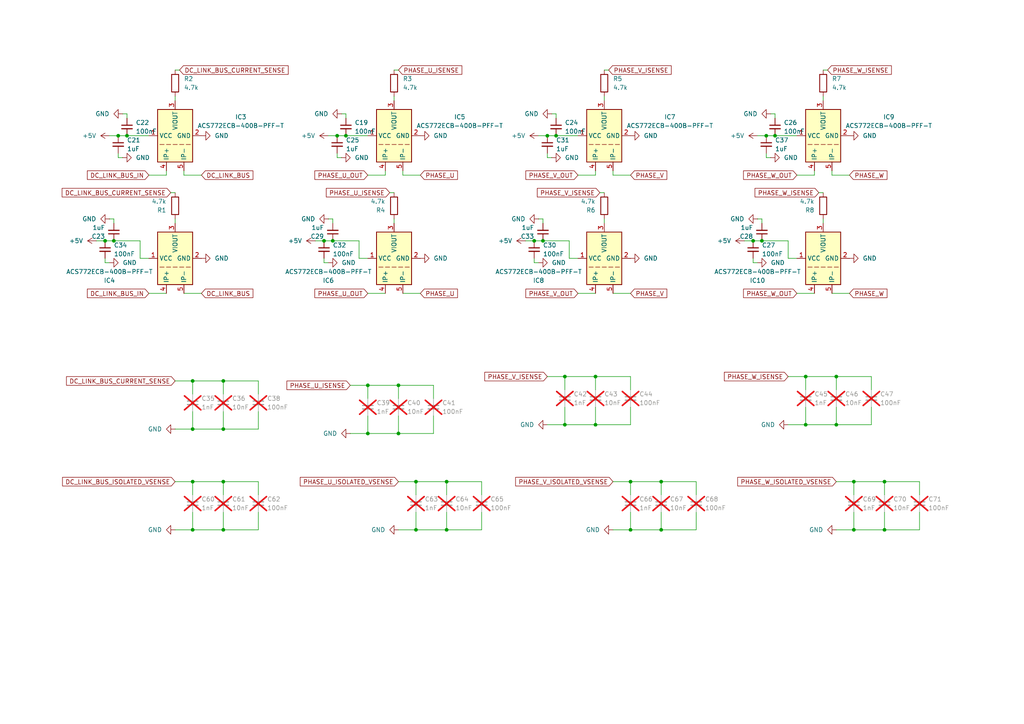
<source format=kicad_sch>
(kicad_sch (version 20250114) (generator "eeschema") (generator_version "9.0")
  (paper "A4")
  (lib_symbols
    (symbol "Device:C_Small" (pin_numbers (hide yes)) (pin_names (offset 0.254) (hide yes))
      (property "Reference" "C" (at 0.254 1.778 0))
      (property "Value" "C_Small" (at 0.254 -2.032 0))
      (symbol "C_Small_0_1"
        (polyline (pts (xy -1.524 0.508) (xy 1.524 0.508)) (stroke (width 0.3048)))
        (polyline (pts (xy -1.524 -0.508) (xy 1.524 -0.508)) (stroke (width 0.3302)))
      )
      (symbol "C_Small_1_1"
        (pin passive line (at 0 2.54 270) (length 2.032) (name "~") (number "1"))
        (pin passive line (at 0 -2.54 90) (length 2.032) (name "~") (number "2"))
      )
    )
    (symbol "Device:R" (pin_numbers (hide yes)) (pin_names (offset 0))
      (property "Reference" "R" (at 2.032 0 90))
      (property "Value" "R" (at 0 0 90))
      (symbol "R_0_1"
        (rectangle (start -1.016 -2.54) (end 1.016 2.54) (stroke (width 0.254)))
      )
      (symbol "R_1_1"
        (pin passive line (at 0 3.81 270) (length 1.27) (name "~") (number "1"))
        (pin passive line (at 0 -3.81 90) (length 1.27) (name "~") (number "2"))
      )
    )
    (symbol "InverterCom:ACS772ECB-400B-PFF-T"
      (property "Reference" "IC" (at 2.286 11.938 0))
      (property "Value" "ACS772ECB-400B-PFF-T" (at 2.286 9.398 0))
      (symbol "ACS772ECB-400B-PFF-T_0_1"
        (rectangle (start -7.62 5.08) (end 7.62 -5.08) (stroke (width 0.254)) (fill (type background)))
        (polyline (pts (xy -2.54 3.175) (xy -2.54 4.445)))
        (polyline (pts (xy -2.54 1.27) (xy -2.54 2.54)))
        (polyline (pts (xy -2.54 0.635) (xy -2.54 -0.635)))
        (polyline (pts (xy -2.54 -1.27) (xy -2.54 -2.54)))
        (polyline (pts (xy -2.54 -3.175) (xy -2.54 -4.445)))
      )
      (symbol "ACS772ECB-400B-PFF-T_1_1"
        (pin passive line (at -10.16 2.54 0) (length 2.54) (name "IP+") (number "4"))
        (pin passive line (at -10.16 -2.54 0) (length 2.54) (name "IP-") (number "5"))
        (pin power_in line (at 0 7.62 270) (length 2.54) (name "VCC") (number "1"))
        (pin power_in line (at 0 -7.62 90) (length 2.54) (name "GND") (number "2"))
        (pin output line (at 10.16 0 180) (length 2.54) (name "VIOUT") (number "3"))
      )
    )
    (symbol "power:+5V" (power) (pin_numbers (hide yes)) (pin_names (offset 0) (hide yes))
      (property "Value" "+5V" (at 0 3.556 0))
      (symbol "+5V_0_1"
        (polyline (pts (xy -0.762 1.27) (xy 0 2.54)))
        (polyline (pts (xy 0 2.54) (xy 0.762 1.27)))
        (polyline (pts (xy 0 0) (xy 0 2.54)))
      )
      (symbol "+5V_1_1"
        (pin power_in line (at 0 0 90) (length 0) (name "~") (number "1"))
      )
    )
    (symbol "power:GND" (power) (pin_numbers (hide yes)) (pin_names (offset 0) (hide yes))
      (property "Value" "GND" (at 0 -3.81 0))
      (symbol "GND_0_1"
        (polyline (pts (xy 0 0) (xy 0 -1.27) (xy 1.27 -1.27) (xy 0 -2.54) (xy -1.27 -1.27) (xy 0 -1.27)))
      )
      (symbol "GND_1_1"
        (pin power_in line (at 0 0 270) (length 0) (name "~") (number "1"))
      )
    )
  )
  (junction (at 64.77 110.49))
  (junction (at 115.57 111.76))
  (junction (at 247.65 139.7))
  (junction (at 55.88 110.49))
  (junction (at 157.48 69.85))
  (junction (at 100.33 39.37))
  (junction (at 161.29 39.37))
  (junction (at 191.77 139.7))
  (junction (at 182.88 139.7))
  (junction (at 242.57 109.22))
  (junction (at 154.94 69.85))
  (junction (at 115.57 125.73))
  (junction (at 97.79 39.37))
  (junction (at 218.44 69.85))
  (junction (at 64.77 124.46))
  (junction (at 256.54 139.7))
  (junction (at 220.98 69.85))
  (junction (at 129.54 139.7))
  (junction (at 55.88 153.67))
  (junction (at 191.77 153.67))
  (junction (at 120.65 153.67))
  (junction (at 256.54 153.67))
  (junction (at 34.29 39.37))
  (junction (at 172.72 109.22))
  (junction (at 247.65 153.67))
  (junction (at 106.68 111.76))
  (junction (at 163.83 123.19))
  (junction (at 33.02 69.85))
  (junction (at 120.65 139.7))
  (junction (at 242.57 123.19))
  (junction (at 96.52 69.85))
  (junction (at 129.54 153.67))
  (junction (at 172.72 123.19))
  (junction (at 55.88 124.46))
  (junction (at 30.48 69.85))
  (junction (at 233.68 123.19))
  (junction (at 158.75 39.37))
  (junction (at 182.88 153.67))
  (junction (at 222.25 39.37))
  (junction (at 64.77 153.67))
  (junction (at 93.98 69.85))
  (junction (at 224.79 39.37))
  (junction (at 233.68 109.22))
  (junction (at 55.88 139.7))
  (junction (at 36.83 39.37))
  (junction (at 163.83 109.22))
  (junction (at 64.77 139.7))
  (junction (at 106.68 125.73))
  (wire (pts (xy 266.7 139.7) (xy 266.7 143.51)))
  (wire (pts (xy 106.68 115.57) (xy 106.68 111.76)))
  (wire (pts (xy 50.8 55.88) (xy 49.53 55.88)))
  (wire (pts (xy 238.76 20.32) (xy 240.03 20.32)))
  (wire (pts (xy 182.88 148.59) (xy 182.88 153.67)))
  (wire (pts (xy 224.79 33.02) (xy 224.79 34.29)))
  (wire (pts (xy 106.68 125.73) (xy 115.57 125.73)))
  (wire (pts (xy 161.29 39.37) (xy 167.64 39.37)))
  (wire (pts (xy 236.22 49.53) (xy 236.22 50.8)))
  (wire (pts (xy 163.83 123.19) (xy 172.72 123.19)))
  (wire (pts (xy 139.7 148.59) (xy 139.7 153.67)))
  (wire (pts (xy 95.25 39.37) (xy 97.79 39.37)))
  (wire (pts (xy 154.94 76.2) (xy 154.94 74.93)))
  (wire (pts (xy 104.14 74.93) (xy 106.68 74.93)))
  (wire (pts (xy 93.98 76.2) (xy 93.98 74.93)))
  (wire (pts (xy 50.8 153.67) (xy 55.88 153.67)))
  (wire (pts (xy 34.29 39.37) (xy 36.83 39.37)))
  (wire (pts (xy 55.88 124.46) (xy 64.77 124.46)))
  (wire (pts (xy 116.84 50.8) (xy 121.92 50.8)))
  (wire (pts (xy 182.88 143.51) (xy 182.88 139.7)))
  (wire (pts (xy 224.79 33.02) (xy 223.52 33.02)))
  (wire (pts (xy 215.9 69.85) (xy 218.44 69.85)))
  (wire (pts (xy 172.72 109.22) (xy 172.72 113.03)))
  (wire (pts (xy 99.06 45.72) (xy 97.79 45.72)))
  (wire (pts (xy 252.73 118.11) (xy 252.73 123.19)))
  (wire (pts (xy 120.65 139.7) (xy 129.54 139.7)))
  (wire (pts (xy 161.29 33.02) (xy 160.02 33.02)))
  (wire (pts (xy 27.94 69.85) (xy 30.48 69.85)))
  (wire (pts (xy 219.71 39.37) (xy 222.25 39.37)))
  (wire (pts (xy 256.54 139.7) (xy 256.54 143.51)))
  (wire (pts (xy 177.8 50.8) (xy 182.88 50.8)))
  (wire (pts (xy 177.8 49.53) (xy 177.8 50.8)))
  (wire (pts (xy 247.65 139.7) (xy 256.54 139.7)))
  (wire (pts (xy 115.57 111.76) (xy 125.73 111.76)))
  (wire (pts (xy 201.93 139.7) (xy 201.93 143.51)))
  (wire (pts (xy 129.54 153.67) (xy 139.7 153.67)))
  (wire (pts (xy 242.57 139.7) (xy 247.65 139.7)))
  (wire (pts (xy 43.18 50.8) (xy 48.26 50.8)))
  (wire (pts (xy 233.68 113.03) (xy 233.68 109.22)))
  (wire (pts (xy 50.8 110.49) (xy 55.88 110.49)))
  (wire (pts (xy 100.33 33.02) (xy 100.33 34.29)))
  (wire (pts (xy 175.26 64.77) (xy 175.26 63.5)))
  (wire (pts (xy 115.57 153.67) (xy 120.65 153.67)))
  (wire (pts (xy 114.3 20.32) (xy 115.57 20.32)))
  (wire (pts (xy 106.68 50.8) (xy 111.76 50.8)))
  (wire (pts (xy 101.6 111.76) (xy 106.68 111.76)))
  (wire (pts (xy 161.29 33.02) (xy 161.29 34.29)))
  (wire (pts (xy 40.64 69.85) (xy 40.64 74.93)))
  (wire (pts (xy 114.3 64.77) (xy 114.3 63.5)))
  (wire (pts (xy 55.88 143.51) (xy 55.88 139.7)))
  (wire (pts (xy 100.33 33.02) (xy 99.06 33.02)))
  (wire (pts (xy 97.79 39.37) (xy 100.33 39.37)))
  (wire (pts (xy 182.88 109.22) (xy 182.88 113.03)))
  (wire (pts (xy 115.57 111.76) (xy 115.57 115.57)))
  (wire (pts (xy 165.1 74.93) (xy 167.64 74.93)))
  (wire (pts (xy 64.77 124.46) (xy 74.93 124.46)))
  (wire (pts (xy 64.77 139.7) (xy 74.93 139.7)))
  (wire (pts (xy 241.3 50.8) (xy 246.38 50.8)))
  (wire (pts (xy 96.52 69.85) (xy 93.98 69.85)))
  (wire (pts (xy 242.57 118.11) (xy 242.57 123.19)))
  (wire (pts (xy 228.6 69.85) (xy 220.98 69.85)))
  (wire (pts (xy 172.72 49.53) (xy 172.72 50.8)))
  (wire (pts (xy 74.93 119.38) (xy 74.93 124.46)))
  (wire (pts (xy 175.26 27.94) (xy 175.26 29.21)))
  (wire (pts (xy 43.18 85.09) (xy 48.26 85.09)))
  (wire (pts (xy 74.93 148.59) (xy 74.93 153.67)))
  (wire (pts (xy 224.79 39.37) (xy 231.14 39.37)))
  (wire (pts (xy 125.73 120.65) (xy 125.73 125.73)))
  (wire (pts (xy 157.48 63.5) (xy 156.21 63.5)))
  (wire (pts (xy 157.48 69.85) (xy 154.94 69.85)))
  (wire (pts (xy 40.64 69.85) (xy 33.02 69.85)))
  (wire (pts (xy 129.54 139.7) (xy 139.7 139.7)))
  (wire (pts (xy 158.75 39.37) (xy 161.29 39.37)))
  (wire (pts (xy 220.98 63.5) (xy 220.98 64.77)))
  (wire (pts (xy 163.83 118.11) (xy 163.83 123.19)))
  (wire (pts (xy 111.76 49.53) (xy 111.76 50.8)))
  (wire (pts (xy 115.57 120.65) (xy 115.57 125.73)))
  (wire (pts (xy 125.73 111.76) (xy 125.73 115.57)))
  (wire (pts (xy 64.77 110.49) (xy 74.93 110.49)))
  (wire (pts (xy 228.6 123.19) (xy 233.68 123.19)))
  (wire (pts (xy 129.54 148.59) (xy 129.54 153.67)))
  (wire (pts (xy 238.76 55.88) (xy 237.49 55.88)))
  (wire (pts (xy 74.93 139.7) (xy 74.93 143.51)))
  (wire (pts (xy 182.88 153.67) (xy 191.77 153.67)))
  (wire (pts (xy 64.77 153.67) (xy 74.93 153.67)))
  (wire (pts (xy 175.26 20.32) (xy 176.53 20.32)))
  (wire (pts (xy 177.8 85.09) (xy 182.88 85.09)))
  (wire (pts (xy 33.02 63.5) (xy 31.75 63.5)))
  (wire (pts (xy 172.72 123.19) (xy 182.88 123.19)))
  (wire (pts (xy 165.1 69.85) (xy 165.1 74.93)))
  (wire (pts (xy 120.65 153.67) (xy 129.54 153.67)))
  (wire (pts (xy 114.3 55.88) (xy 113.03 55.88)))
  (wire (pts (xy 55.88 139.7) (xy 64.77 139.7)))
  (wire (pts (xy 233.68 109.22) (xy 242.57 109.22)))
  (wire (pts (xy 33.02 63.5) (xy 33.02 64.77)))
  (wire (pts (xy 50.8 124.46) (xy 55.88 124.46)))
  (wire (pts (xy 101.6 125.73) (xy 106.68 125.73)))
  (wire (pts (xy 182.88 118.11) (xy 182.88 123.19)))
  (wire (pts (xy 247.65 148.59) (xy 247.65 153.67)))
  (wire (pts (xy 247.65 143.51) (xy 247.65 139.7)))
  (wire (pts (xy 129.54 139.7) (xy 129.54 143.51)))
  (wire (pts (xy 116.84 85.09) (xy 121.92 85.09)))
  (wire (pts (xy 53.34 50.8) (xy 58.42 50.8)))
  (wire (pts (xy 266.7 148.59) (xy 266.7 153.67)))
  (wire (pts (xy 50.8 64.77) (xy 50.8 63.5)))
  (wire (pts (xy 152.4 69.85) (xy 154.94 69.85)))
  (wire (pts (xy 64.77 148.59) (xy 64.77 153.67)))
  (wire (pts (xy 218.44 76.2) (xy 218.44 74.93)))
  (wire (pts (xy 106.68 85.09) (xy 111.76 85.09)))
  (wire (pts (xy 55.88 110.49) (xy 64.77 110.49)))
  (wire (pts (xy 182.88 139.7) (xy 191.77 139.7)))
  (wire (pts (xy 158.75 45.72) (xy 158.75 44.45)))
  (wire (pts (xy 175.26 55.88) (xy 173.99 55.88)))
  (wire (pts (xy 36.83 33.02) (xy 35.56 33.02)))
  (wire (pts (xy 156.21 39.37) (xy 158.75 39.37)))
  (wire (pts (xy 191.77 139.7) (xy 191.77 143.51)))
  (wire (pts (xy 115.57 125.73) (xy 125.73 125.73)))
  (wire (pts (xy 160.02 45.72) (xy 158.75 45.72)))
  (wire (pts (xy 231.14 85.09) (xy 236.22 85.09)))
  (wire (pts (xy 158.75 109.22) (xy 163.83 109.22)))
  (wire (pts (xy 256.54 153.67) (xy 266.7 153.67)))
  (wire (pts (xy 95.25 76.2) (xy 93.98 76.2)))
  (wire (pts (xy 120.65 143.51) (xy 120.65 139.7)))
  (wire (pts (xy 241.3 49.53) (xy 241.3 50.8)))
  (wire (pts (xy 228.6 109.22) (xy 233.68 109.22)))
  (wire (pts (xy 167.64 50.8) (xy 172.72 50.8)))
  (wire (pts (xy 55.88 119.38) (xy 55.88 124.46)))
  (wire (pts (xy 247.65 153.67) (xy 256.54 153.67)))
  (wire (pts (xy 31.75 39.37) (xy 34.29 39.37)))
  (wire (pts (xy 177.8 153.67) (xy 182.88 153.67)))
  (wire (pts (xy 256.54 139.7) (xy 266.7 139.7)))
  (wire (pts (xy 36.83 33.02) (xy 36.83 34.29)))
  (wire (pts (xy 106.68 111.76) (xy 115.57 111.76)))
  (wire (pts (xy 167.64 85.09) (xy 172.72 85.09)))
  (wire (pts (xy 64.77 139.7) (xy 64.77 143.51)))
  (wire (pts (xy 201.93 148.59) (xy 201.93 153.67)))
  (wire (pts (xy 116.84 49.53) (xy 116.84 50.8)))
  (wire (pts (xy 242.57 109.22) (xy 242.57 113.03)))
  (wire (pts (xy 252.73 109.22) (xy 252.73 113.03)))
  (wire (pts (xy 242.57 153.67) (xy 247.65 153.67)))
  (wire (pts (xy 74.93 110.49) (xy 74.93 114.3)))
  (wire (pts (xy 158.75 123.19) (xy 163.83 123.19)))
  (wire (pts (xy 96.52 63.5) (xy 96.52 64.77)))
  (wire (pts (xy 55.88 148.59) (xy 55.88 153.67)))
  (wire (pts (xy 55.88 153.67) (xy 64.77 153.67)))
  (wire (pts (xy 120.65 148.59) (xy 120.65 153.67)))
  (wire (pts (xy 233.68 123.19) (xy 242.57 123.19)))
  (wire (pts (xy 165.1 69.85) (xy 157.48 69.85)))
  (wire (pts (xy 139.7 139.7) (xy 139.7 143.51)))
  (wire (pts (xy 50.8 27.94) (xy 50.8 29.21)))
  (wire (pts (xy 30.48 76.2) (xy 30.48 74.93)))
  (wire (pts (xy 96.52 63.5) (xy 95.25 63.5)))
  (wire (pts (xy 191.77 153.67) (xy 201.93 153.67)))
  (wire (pts (xy 33.02 69.85) (xy 30.48 69.85)))
  (wire (pts (xy 233.68 118.11) (xy 233.68 123.19)))
  (wire (pts (xy 231.14 50.8) (xy 236.22 50.8)))
  (wire (pts (xy 177.8 139.7) (xy 182.88 139.7)))
  (wire (pts (xy 40.64 74.93) (xy 43.18 74.93)))
  (wire (pts (xy 97.79 45.72) (xy 97.79 44.45)))
  (wire (pts (xy 115.57 139.7) (xy 120.65 139.7)))
  (wire (pts (xy 53.34 85.09) (xy 58.42 85.09)))
  (wire (pts (xy 191.77 148.59) (xy 191.77 153.67)))
  (wire (pts (xy 222.25 45.72) (xy 222.25 44.45)))
  (wire (pts (xy 172.72 118.11) (xy 172.72 123.19)))
  (wire (pts (xy 223.52 45.72) (xy 222.25 45.72)))
  (wire (pts (xy 222.25 39.37) (xy 224.79 39.37)))
  (wire (pts (xy 64.77 119.38) (xy 64.77 124.46)))
  (wire (pts (xy 114.3 27.94) (xy 114.3 29.21)))
  (wire (pts (xy 191.77 139.7) (xy 201.93 139.7)))
  (wire (pts (xy 238.76 64.77) (xy 238.76 63.5)))
  (wire (pts (xy 64.77 110.49) (xy 64.77 114.3)))
  (wire (pts (xy 31.75 76.2) (xy 30.48 76.2)))
  (wire (pts (xy 48.26 49.53) (xy 48.26 50.8)))
  (wire (pts (xy 55.88 114.3) (xy 55.88 110.49)))
  (wire (pts (xy 104.14 69.85) (xy 96.52 69.85)))
  (wire (pts (xy 100.33 39.37) (xy 106.68 39.37)))
  (wire (pts (xy 163.83 113.03) (xy 163.83 109.22)))
  (wire (pts (xy 36.83 39.37) (xy 43.18 39.37)))
  (wire (pts (xy 219.71 76.2) (xy 218.44 76.2)))
  (wire (pts (xy 106.68 120.65) (xy 106.68 125.73)))
  (wire (pts (xy 163.83 109.22) (xy 172.72 109.22)))
  (wire (pts (xy 157.48 63.5) (xy 157.48 64.77)))
  (wire (pts (xy 91.44 69.85) (xy 93.98 69.85)))
  (wire (pts (xy 53.34 49.53) (xy 53.34 50.8)))
  (wire (pts (xy 172.72 109.22) (xy 182.88 109.22)))
  (wire (pts (xy 34.29 45.72) (xy 34.29 44.45)))
  (wire (pts (xy 238.76 27.94) (xy 238.76 29.21)))
  (wire (pts (xy 104.14 69.85) (xy 104.14 74.93)))
  (wire (pts (xy 156.21 76.2) (xy 154.94 76.2)))
  (wire (pts (xy 50.8 139.7) (xy 55.88 139.7)))
  (wire (pts (xy 35.56 45.72) (xy 34.29 45.72)))
  (wire (pts (xy 242.57 109.22) (xy 252.73 109.22)))
  (wire (pts (xy 50.8 20.32) (xy 52.07 20.32)))
  (wire (pts (xy 228.6 74.93) (xy 231.14 74.93)))
  (wire (pts (xy 241.3 85.09) (xy 246.38 85.09)))
  (wire (pts (xy 220.98 69.85) (xy 218.44 69.85)))
  (wire (pts (xy 256.54 148.59) (xy 256.54 153.67)))
  (wire (pts (xy 242.57 123.19) (xy 252.73 123.19)))
  (wire (pts (xy 228.6 69.85) (xy 228.6 74.93)))
  (wire (pts (xy 220.98 63.5) (xy 219.71 63.5)))
  (global_label "PHASE_V_OUT" (shape input) (at 167.64 50.8 180) (property "Intersheetrefs" "${INTERSHEET_REFS}" (effects (hide yes))))
  (global_label "PHASE_U_ISENSE" (shape input) (at 101.6 111.76 180) (property "Intersheetrefs" "${INTERSHEET_REFS}" (effects (hide yes))))
  (global_label "PHASE_U_OUT" (shape input) (at 106.68 50.8 180) (property "Intersheetrefs" "${INTERSHEET_REFS}" (effects (hide yes))))
  (global_label "PHASE_U_ISOLATED_VSENSE" (shape input) (at 115.57 139.7 180) (property "Intersheetrefs" "${INTERSHEET_REFS}" (effects (hide yes))))
  (global_label "PHASE_W_OUT" (shape input) (at 231.14 50.8 180) (property "Intersheetrefs" "${INTERSHEET_REFS}" (effects (hide yes))))
  (global_label "PHASE_V_ISENSE" (shape input) (at 176.53 20.32 0) (property "Intersheetrefs" "${INTERSHEET_REFS}" (effects (hide yes))))
  (global_label "PHASE_U_ISENSE" (shape input) (at 113.03 55.88 180) (property "Intersheetrefs" "${INTERSHEET_REFS}" (effects (hide yes))))
  (global_label "PHASE_W_ISENSE" (shape input) (at 240.03 20.32 0) (property "Intersheetrefs" "${INTERSHEET_REFS}" (effects (hide yes))))
  (global_label "PHASE_V" (shape input) (at 182.88 85.09 0) (property "Intersheetrefs" "${INTERSHEET_REFS}" (effects (hide yes))))
  (global_label "DC_LINK_BUS" (shape input) (at 58.42 50.8 0) (property "Intersheetrefs" "${INTERSHEET_REFS}" (effects (hide yes))))
  (global_label "DC_LINK_BUS_CURRENT_SENSE" (shape input) (at 52.07 20.32 0) (property "Intersheetrefs" "${INTERSHEET_REFS}" (effects (hide yes))))
  (global_label "PHASE_W_OUT" (shape input) (at 231.14 85.09 180) (property "Intersheetrefs" "${INTERSHEET_REFS}" (effects (hide yes))))
  (global_label "PHASE_V_ISENSE" (shape input) (at 158.75 109.22 180) (property "Intersheetrefs" "${INTERSHEET_REFS}" (effects (hide yes))))
  (global_label "PHASE_U" (shape input) (at 121.92 50.8 0) (property "Intersheetrefs" "${INTERSHEET_REFS}" (effects (hide yes))))
  (global_label "PHASE_V" (shape input) (at 182.88 50.8 0) (property "Intersheetrefs" "${INTERSHEET_REFS}" (effects (hide yes))))
  (global_label "PHASE_W" (shape input) (at 246.38 50.8 0) (property "Intersheetrefs" "${INTERSHEET_REFS}" (effects (hide yes))))
  (global_label "PHASE_W" (shape input) (at 246.38 85.09 0) (property "Intersheetrefs" "${INTERSHEET_REFS}" (effects (hide yes))))
  (global_label "DC_LINK_BUS_CURRENT_SENSE" (shape input) (at 49.53 55.88 180) (property "Intersheetrefs" "${INTERSHEET_REFS}" (effects (hide yes))))
  (global_label "PHASE_U_OUT" (shape input) (at 106.68 85.09 180) (property "Intersheetrefs" "${INTERSHEET_REFS}" (effects (hide yes))))
  (global_label "DC_LINK_BUS_ISOLATED_VSENSE" (shape input) (at 50.8 139.7 180) (property "Intersheetrefs" "${INTERSHEET_REFS}" (effects (hide yes))))
  (global_label "DC_LINK_BUS_CURRENT_SENSE" (shape input) (at 50.8 110.49 180) (property "Intersheetrefs" "${INTERSHEET_REFS}" (effects (hide yes))))
  (global_label "PHASE_V_ISENSE" (shape input) (at 173.99 55.88 180) (property "Intersheetrefs" "${INTERSHEET_REFS}" (effects (hide yes))))
  (global_label "PHASE_V_OUT" (shape input) (at 167.64 85.09 180) (property "Intersheetrefs" "${INTERSHEET_REFS}" (effects (hide yes))))
  (global_label "PHASE_V_ISOLATED_VSENSE" (shape input) (at 177.8 139.7 180) (property "Intersheetrefs" "${INTERSHEET_REFS}" (effects (hide yes))))
  (global_label "DC_LINK_BUS" (shape input) (at 58.42 85.09 0) (property "Intersheetrefs" "${INTERSHEET_REFS}" (effects (hide yes))))
  (global_label "PHASE_U" (shape input) (at 121.92 85.09 0) (property "Intersheetrefs" "${INTERSHEET_REFS}" (effects (hide yes))))
  (global_label "PHASE_W_ISENSE" (shape input) (at 228.6 109.22 180) (property "Intersheetrefs" "${INTERSHEET_REFS}" (effects (hide yes))))
  (global_label "PHASE_W_ISOLATED_VSENSE" (shape input) (at 242.57 139.7 180) (property "Intersheetrefs" "${INTERSHEET_REFS}" (effects (hide yes))))
  (global_label "PHASE_U_ISENSE" (shape input) (at 115.57 20.32 0) (property "Intersheetrefs" "${INTERSHEET_REFS}" (effects (hide yes))))
  (global_label "PHASE_W_ISENSE" (shape input) (at 237.49 55.88 180) (property "Intersheetrefs" "${INTERSHEET_REFS}" (effects (hide yes))))
  (global_label "DC_LINK_BUS_IN" (shape input) (at 43.18 85.09 180) (property "Intersheetrefs" "${INTERSHEET_REFS}" (effects (hide yes))))
  (global_label "DC_LINK_BUS_IN" (shape input) (at 43.18 50.8 180) (property "Intersheetrefs" "${INTERSHEET_REFS}" (effects (hide yes))))
  (symbol (lib_id "power:GND") (at 115.57 153.67 270) (unit 1)
    (property "Reference" "#PWR072" (effects (hide yes)))
    (property "Value" "GND" (at 111.76 153.6699 90) (effects (justify right)))
    (property "Description" "Power symbol creates a global label with name \"GND\" , ground" (effects (hide yes)))
  )
  (symbol (lib_id "power:GND") (at 35.56 45.72 90) (unit 1)
    (property "Reference" "#PWR030" (effects (hide yes)))
    (property "Value" "GND" (at 39.37 45.7199 90) (effects (justify right)))
    (property "Description" "Power symbol creates a global label with name \"GND\" , ground" (effects (hide yes)))
  )
  (symbol (lib_id "Device:C_Small") (at 218.44 72.39 0) (unit 1)
    (property "Reference" "C27" (at 220.98 71.1262 0) (effects (justify left)))
    (property "Value" "100nF" (at 220.98 73.6662 0) (effects (justify left)))
    (property "Footprint" "Capacitor_SMD:C_1210_3225Metric_Pad1.33x2.70mm_HandSolder" (effects (hide yes)))
    (property "Description" "Unpolarized capacitor, small symbol" (effects (hide yes)))
  )
  (symbol (lib_id "power:GND") (at 246.38 39.37 90) (unit 1)
    (property "Reference" "#PWR019" (effects (hide yes)))
    (property "Value" "GND" (at 250.19 39.3699 90) (effects (justify right)))
    (property "Description" "Power symbol creates a global label with name \"GND\" , ground" (effects (hide yes)))
  )
  (symbol (lib_id "power:GND") (at 223.52 45.72 90) (unit 1)
    (property "Reference" "#PWR034" (effects (hide yes)))
    (property "Value" "GND" (at 227.33 45.7199 90) (effects (justify right)))
    (property "Description" "Power symbol creates a global label with name \"GND\" , ground" (effects (hide yes)))
  )
  (symbol (lib_id "InverterCom:ACS772ECB-400B-PFF-T") (at 238.76 74.93 90) (unit 1)
    (property "Reference" "IC10" (at 219.71 81.3502 90))
    (property "Value" "ACS772ECB-400B-PFF-T" (at 219.71 78.8102 90))
    (property "Footprint" "Sensor_Current:Allegro_CB_PFF" (effects (hide yes)))
    (property "Datasheet" "https://www.mouser.co.uk/datasheet/2/1115/ACS772_Datasheet-3074305.pdf" (effects (hide yes)))
    (property "Description" "200kHz, 1.5% Max Tolerance, 100  Internal Resistance Module-alternative Current Sensor for High Current and High Voltage Applications" (effects (hide yes)))
    (property "Height" "7.1" (effects (hide yes)))
    (property "Mouser Part Number" "250-772ECB400BPFFT" (effects (hide yes)))
    (property "Mouser Price/Stock" "https://www.mouser.co.uk/ProductDetail/Allegro-MicroSystems/ACS772ECB-400B-PFF-T?qs=pUKx8fyJudC33O6UrXBnUA%3D%3D" (effects (hide yes)))
    (property "Manufacturer_Name" "Allegro Microsystems" (effects (hide yes)))
    (property "Manufacturer_Part_Number" "ACS772ECB-400B-PFF-T" (effects (hide yes)))
  )
  (symbol (lib_id "InverterCom:ACS772ECB-400B-PFF-T") (at 50.8 39.37 90) (unit 1)
    (property "Reference" "IC3" (at 69.85 33.9246 90))
    (property "Value" "ACS772ECB-400B-PFF-T" (at 69.85 36.4646 90))
    (property "Footprint" "Sensor_Current:Allegro_CB_PFF" (effects (hide yes)))
    (property "Datasheet" "https://www.mouser.co.uk/datasheet/2/1115/ACS772_Datasheet-3074305.pdf" (effects (hide yes)))
    (property "Description" "200kHz, 1.5% Max Tolerance, 100  Internal Resistance Module-alternative Current Sensor for High Current and High Voltage Applications" (effects (hide yes)))
    (property "Height" "7.1" (effects (hide yes)))
    (property "Mouser Part Number" "250-772ECB400BPFFT" (effects (hide yes)))
    (property "Mouser Price/Stock" "https://www.mouser.co.uk/ProductDetail/Allegro-MicroSystems/ACS772ECB-400B-PFF-T?qs=pUKx8fyJudC33O6UrXBnUA%3D%3D" (effects (hide yes)))
    (property "Manufacturer_Name" "Allegro Microsystems" (effects (hide yes)))
    (property "Manufacturer_Part_Number" "ACS772ECB-400B-PFF-T" (effects (hide yes)))
  )
  (symbol (lib_id "Device:C_Small") (at 93.98 72.39 0) (unit 1)
    (property "Reference" "C32" (at 96.52 71.1262 0) (effects (justify left)))
    (property "Value" "100nF" (at 96.52 73.6662 0) (effects (justify left)))
    (property "Footprint" "Capacitor_SMD:C_1210_3225Metric_Pad1.33x2.70mm_HandSolder" (effects (hide yes)))
    (property "Description" "Unpolarized capacitor, small symbol" (effects (hide yes)))
  )
  (symbol (lib_id "Device:C_Small") (at 125.73 118.11 0) (unit 1) (dnp yes)
    (property "Reference" "C41" (at 128.27 116.8462 0) (effects (justify left)))
    (property "Value" "100nF" (at 128.27 119.3862 0) (effects (justify left)))
    (property "Footprint" "Capacitor_SMD:C_1210_3225Metric_Pad1.33x2.70mm_HandSolder" (effects (hide yes)))
    (property "Description" "Unpolarized capacitor, small symbol" (effects (hide yes)))
  )
  (symbol (lib_id "Device:C_Small") (at 242.57 115.57 0) (unit 1) (dnp yes)
    (property "Reference" "C46" (at 245.11 114.3062 0) (effects (justify left)))
    (property "Value" "10nF" (at 245.11 116.8462 0) (effects (justify left)))
    (property "Footprint" "Capacitor_SMD:C_1210_3225Metric_Pad1.33x2.70mm_HandSolder" (effects (hide yes)))
    (property "Description" "Unpolarized capacitor, small symbol" (effects (hide yes)))
  )
  (symbol (lib_id "Device:C_Small") (at 30.48 72.39 0) (unit 1)
    (property "Reference" "C34" (at 33.02 71.1262 0) (effects (justify left)))
    (property "Value" "100nF" (at 33.02 73.6662 0) (effects (justify left)))
    (property "Footprint" "Capacitor_SMD:C_1210_3225Metric_Pad1.33x2.70mm_HandSolder" (effects (hide yes)))
    (property "Description" "Unpolarized capacitor, small symbol" (effects (hide yes)))
  )
  (symbol (lib_id "power:GND") (at 219.71 76.2 90) (unit 1)
    (property "Reference" "#PWR036" (effects (hide yes)))
    (property "Value" "GND" (at 223.52 76.1999 90) (effects (justify right)))
    (property "Description" "Power symbol creates a global label with name \"GND\" , ground" (effects (hide yes)))
  )
  (symbol (lib_id "InverterCom:ACS772ECB-400B-PFF-T") (at 175.26 74.93 90) (unit 1)
    (property "Reference" "IC8" (at 156.21 81.3502 90))
    (property "Value" "ACS772ECB-400B-PFF-T" (at 156.21 78.8102 90))
    (property "Footprint" "Sensor_Current:Allegro_CB_PFF" (effects (hide yes)))
    (property "Datasheet" "https://www.mouser.co.uk/datasheet/2/1115/ACS772_Datasheet-3074305.pdf" (effects (hide yes)))
    (property "Description" "200kHz, 1.5% Max Tolerance, 100  Internal Resistance Module-alternative Current Sensor for High Current and High Voltage Applications" (effects (hide yes)))
    (property "Height" "7.1" (effects (hide yes)))
    (property "Mouser Part Number" "250-772ECB400BPFFT" (effects (hide yes)))
    (property "Mouser Price/Stock" "https://www.mouser.co.uk/ProductDetail/Allegro-MicroSystems/ACS772ECB-400B-PFF-T?qs=pUKx8fyJudC33O6UrXBnUA%3D%3D" (effects (hide yes)))
    (property "Manufacturer_Name" "Allegro Microsystems" (effects (hide yes)))
    (property "Manufacturer_Part_Number" "ACS772ECB-400B-PFF-T" (effects (hide yes)))
  )
  (symbol (lib_id "power:GND") (at 95.25 76.2 90) (unit 1)
    (property "Reference" "#PWR040" (effects (hide yes)))
    (property "Value" "GND" (at 99.06 76.1999 90) (effects (justify right)))
    (property "Description" "Power symbol creates a global label with name \"GND\" , ground" (effects (hide yes)))
  )
  (symbol (lib_id "Device:C_Small") (at 154.94 72.39 0) (unit 1)
    (property "Reference" "C30" (at 157.48 71.1262 0) (effects (justify left)))
    (property "Value" "100nF" (at 157.48 73.6662 0) (effects (justify left)))
    (property "Footprint" "Capacitor_SMD:C_1210_3225Metric_Pad1.33x2.70mm_HandSolder" (effects (hide yes)))
    (property "Description" "Unpolarized capacitor, small symbol" (effects (hide yes)))
  )
  (symbol (lib_id "Device:C_Small") (at 158.75 41.91 0) (unit 1)
    (property "Reference" "C31" (at 161.29 40.6462 0) (effects (justify left)))
    (property "Value" "1uF" (at 161.29 43.1862 0) (effects (justify left)))
    (property "Footprint" "Capacitor_SMD:C_1210_3225Metric_Pad1.33x2.70mm_HandSolder" (effects (hide yes)))
    (property "Description" "Unpolarized capacitor, small symbol" (effects (hide yes)))
  )
  (symbol (lib_id "Device:R") (at 50.8 24.13 180) (unit 1)
    (property "Reference" "R2" (at 53.34 22.8599 0) (effects (justify right)))
    (property "Value" "4.7k" (at 53.34 25.3999 0) (effects (justify right)))
    (property "Footprint" "Resistor_SMD:R_1210_3225Metric_Pad1.30x2.65mm_HandSolder" (effects (hide yes)))
    (property "Description" "Resistor" (effects (hide yes)))
  )
  (symbol (lib_id "Device:C_Small") (at 64.77 116.84 0) (unit 1) (dnp yes)
    (property "Reference" "C36" (at 67.31 115.5762 0) (effects (justify left)))
    (property "Value" "10nF" (at 67.31 118.1162 0) (effects (justify left)))
    (property "Footprint" "Capacitor_SMD:C_1210_3225Metric_Pad1.33x2.70mm_HandSolder" (effects (hide yes)))
    (property "Description" "Unpolarized capacitor, small symbol" (effects (hide yes)))
  )
  (symbol (lib_id "Device:C_Small") (at 266.7 146.05 0) (unit 1) (dnp yes)
    (property "Reference" "C71" (at 269.24 144.7862 0) (effects (justify left)))
    (property "Value" "100nF" (at 269.24 147.3262 0) (effects (justify left)))
    (property "Footprint" "Capacitor_SMD:C_1210_3225Metric_Pad1.33x2.70mm_HandSolder" (effects (hide yes)))
    (property "Description" "Unpolarized capacitor, small symbol" (effects (hide yes)))
  )
  (symbol (lib_id "Device:C_Small") (at 36.83 36.83 0) (unit 1)
    (property "Reference" "C22" (at 39.37 35.5662 0) (effects (justify left)))
    (property "Value" "100nF" (at 39.37 38.1062 0) (effects (justify left)))
    (property "Footprint" "Capacitor_SMD:C_1210_3225Metric_Pad1.33x2.70mm_HandSolder" (effects (hide yes)))
    (property "Description" "Unpolarized capacitor, small symbol" (effects (hide yes)))
  )
  (symbol (lib_id "Device:R") (at 114.3 24.13 180) (unit 1)
    (property "Reference" "R3" (at 116.84 22.8599 0) (effects (justify right)))
    (property "Value" "4.7k" (at 116.84 25.3999 0) (effects (justify right)))
    (property "Footprint" "Resistor_SMD:R_1210_3225Metric_Pad1.30x2.65mm_HandSolder" (effects (hide yes)))
    (property "Description" "Resistor" (effects (hide yes)))
  )
  (symbol (lib_id "power:+5V") (at 91.44 69.85 90) (unit 1)
    (property "Reference" "#PWR042" (effects (hide yes)))
    (property "Value" "+5V" (at 87.63 69.8499 90) (effects (justify left)))
    (property "Description" "Power symbol creates a global label with name \"+5V\"" (effects (hide yes)))
  )
  (symbol (lib_id "Device:C_Small") (at 34.29 41.91 0) (unit 1)
    (property "Reference" "C21" (at 36.83 40.6462 0) (effects (justify left)))
    (property "Value" "1uF" (at 36.83 43.1862 0) (effects (justify left)))
    (property "Footprint" "Capacitor_SMD:C_1210_3225Metric_Pad1.33x2.70mm_HandSolder" (effects (hide yes)))
    (property "Description" "Unpolarized capacitor, small symbol" (effects (hide yes)))
  )
  (symbol (lib_id "power:GND") (at 50.8 153.67 270) (unit 1)
    (property "Reference" "#PWR071" (effects (hide yes)))
    (property "Value" "GND" (at 46.99 153.6699 90) (effects (justify right)))
    (property "Description" "Power symbol creates a global label with name \"GND\" , ground" (effects (hide yes)))
  )
  (symbol (lib_id "power:GND") (at 58.42 74.93 90) (unit 1)
    (property "Reference" "#PWR05" (effects (hide yes)))
    (property "Value" "GND" (at 62.23 74.9301 90) (effects (justify right)))
    (property "Description" "Power symbol creates a global label with name \"GND\" , ground" (effects (hide yes)))
  )
  (symbol (lib_id "power:GND") (at 99.06 45.72 90) (unit 1)
    (property "Reference" "#PWR027" (effects (hide yes)))
    (property "Value" "GND" (at 102.87 45.7199 90) (effects (justify right)))
    (property "Description" "Power symbol creates a global label with name \"GND\" , ground" (effects (hide yes)))
  )
  (symbol (lib_id "Device:C_Small") (at 120.65 146.05 0) (unit 1) (dnp yes)
    (property "Reference" "C63" (at 123.19 144.7862 0) (effects (justify left)))
    (property "Value" "1nF" (at 123.19 147.3262 0) (effects (justify left)))
    (property "Footprint" "Capacitor_SMD:C_1210_3225Metric_Pad1.33x2.70mm_HandSolder" (effects (hide yes)))
    (property "Description" "Unpolarized capacitor, small symbol" (effects (hide yes)))
  )
  (symbol (lib_id "Device:C_Small") (at 74.93 116.84 0) (unit 1) (dnp yes)
    (property "Reference" "C38" (at 77.47 115.5762 0) (effects (justify left)))
    (property "Value" "100nF" (at 77.47 118.1162 0) (effects (justify left)))
    (property "Footprint" "Capacitor_SMD:C_1210_3225Metric_Pad1.33x2.70mm_HandSolder" (effects (hide yes)))
    (property "Description" "Unpolarized capacitor, small symbol" (effects (hide yes)))
  )
  (symbol (lib_id "Device:C_Small") (at 247.65 146.05 0) (unit 1) (dnp yes)
    (property "Reference" "C69" (at 250.19 144.7862 0) (effects (justify left)))
    (property "Value" "1nF" (at 250.19 147.3262 0) (effects (justify left)))
    (property "Footprint" "Capacitor_SMD:C_1210_3225Metric_Pad1.33x2.70mm_HandSolder" (effects (hide yes)))
    (property "Description" "Unpolarized capacitor, small symbol" (effects (hide yes)))
  )
  (symbol (lib_id "power:GND") (at 99.06 33.02 270) (unit 1)
    (property "Reference" "#PWR026" (effects (hide yes)))
    (property "Value" "GND" (at 95.25 33.0199 90) (effects (justify right)))
    (property "Description" "Power symbol creates a global label with name \"GND\" , ground" (effects (hide yes)))
  )
  (symbol (lib_id "power:GND") (at 158.75 123.19 270) (unit 1)
    (property "Reference" "#PWR065" (effects (hide yes)))
    (property "Value" "GND" (at 154.94 123.1899 90) (effects (justify right)))
    (property "Description" "Power symbol creates a global label with name \"GND\" , ground" (effects (hide yes)))
  )
  (symbol (lib_id "Device:C_Small") (at 64.77 146.05 0) (unit 1) (dnp yes)
    (property "Reference" "C61" (at 67.31 144.7862 0) (effects (justify left)))
    (property "Value" "10nF" (at 67.31 147.3262 0) (effects (justify left)))
    (property "Footprint" "Capacitor_SMD:C_1210_3225Metric_Pad1.33x2.70mm_HandSolder" (effects (hide yes)))
    (property "Description" "Unpolarized capacitor, small symbol" (effects (hide yes)))
  )
  (symbol (lib_id "power:+5V") (at 152.4 69.85 90) (unit 1)
    (property "Reference" "#PWR039" (effects (hide yes)))
    (property "Value" "+5V" (at 148.59 69.8499 90) (effects (justify left)))
    (property "Description" "Power symbol creates a global label with name \"+5V\"" (effects (hide yes)))
  )
  (symbol (lib_id "power:GND") (at 160.02 33.02 270) (unit 1)
    (property "Reference" "#PWR031" (effects (hide yes)))
    (property "Value" "GND" (at 156.21 33.0199 90) (effects (justify right)))
    (property "Description" "Power symbol creates a global label with name \"GND\" , ground" (effects (hide yes)))
  )
  (symbol (lib_id "power:GND") (at 121.92 74.93 90) (unit 1)
    (property "Reference" "#PWR010" (effects (hide yes)))
    (property "Value" "GND" (at 125.73 74.9301 90) (effects (justify right)))
    (property "Description" "Power symbol creates a global label with name \"GND\" , ground" (effects (hide yes)))
  )
  (symbol (lib_id "InverterCom:ACS772ECB-400B-PFF-T") (at 238.76 39.37 90) (unit 1)
    (property "Reference" "IC9" (at 257.81 33.9246 90))
    (property "Value" "ACS772ECB-400B-PFF-T" (at 257.81 36.4646 90))
    (property "Footprint" "Sensor_Current:Allegro_CB_PFF" (effects (hide yes)))
    (property "Datasheet" "https://www.mouser.co.uk/datasheet/2/1115/ACS772_Datasheet-3074305.pdf" (effects (hide yes)))
    (property "Description" "200kHz, 1.5% Max Tolerance, 100  Internal Resistance Module-alternative Current Sensor for High Current and High Voltage Applications" (effects (hide yes)))
    (property "Height" "7.1" (effects (hide yes)))
    (property "Mouser Part Number" "250-772ECB400BPFFT" (effects (hide yes)))
    (property "Mouser Price/Stock" "https://www.mouser.co.uk/ProductDetail/Allegro-MicroSystems/ACS772ECB-400B-PFF-T?qs=pUKx8fyJudC33O6UrXBnUA%3D%3D" (effects (hide yes)))
    (property "Manufacturer_Name" "Allegro Microsystems" (effects (hide yes)))
    (property "Manufacturer_Part_Number" "ACS772ECB-400B-PFF-T" (effects (hide yes)))
  )
  (symbol (lib_id "power:GND") (at 228.6 123.19 270) (unit 1)
    (property "Reference" "#PWR066" (effects (hide yes)))
    (property "Value" "GND" (at 224.79 123.1899 90) (effects (justify right)))
    (property "Description" "Power symbol creates a global label with name \"GND\" , ground" (effects (hide yes)))
  )
  (symbol (lib_id "power:GND") (at 35.56 33.02 270) (unit 1)
    (property "Reference" "#PWR029" (effects (hide yes)))
    (property "Value" "GND" (at 31.75 33.0199 90) (effects (justify right)))
    (property "Description" "Power symbol creates a global label with name \"GND\" , ground" (effects (hide yes)))
  )
  (symbol (lib_id "power:GND") (at 156.21 76.2 90) (unit 1)
    (property "Reference" "#PWR037" (effects (hide yes)))
    (property "Value" "GND" (at 160.02 76.1999 90) (effects (justify right)))
    (property "Description" "Power symbol creates a global label with name \"GND\" , ground" (effects (hide yes)))
  )
  (symbol (lib_id "Device:C_Small") (at 163.83 115.57 0) (unit 1) (dnp yes)
    (property "Reference" "C42" (at 166.37 114.3062 0) (effects (justify left)))
    (property "Value" "1nF" (at 166.37 116.8462 0) (effects (justify left)))
    (property "Footprint" "Capacitor_SMD:C_1210_3225Metric_Pad1.33x2.70mm_HandSolder" (effects (hide yes)))
    (property "Description" "Unpolarized capacitor, small symbol" (effects (hide yes)))
  )
  (symbol (lib_id "Device:C_Small") (at 252.73 115.57 0) (unit 1) (dnp yes)
    (property "Reference" "C47" (at 255.27 114.3062 0) (effects (justify left)))
    (property "Value" "100nF" (at 255.27 116.8462 0) (effects (justify left)))
    (property "Footprint" "Capacitor_SMD:C_1210_3225Metric_Pad1.33x2.70mm_HandSolder" (effects (hide yes)))
    (property "Description" "Unpolarized capacitor, small symbol" (effects (hide yes)))
  )
  (symbol (lib_id "power:GND") (at 31.75 63.5 270) (unit 1)
    (property "Reference" "#PWR044" (effects (hide yes)))
    (property "Value" "GND" (at 27.94 63.4999 90) (effects (justify right)))
    (property "Description" "Power symbol creates a global label with name \"GND\" , ground" (effects (hide yes)))
  )
  (symbol (lib_id "Device:C_Small") (at 100.33 36.83 0) (unit 1)
    (property "Reference" "C19" (at 102.87 35.5662 0) (effects (justify left)))
    (property "Value" "100nF" (at 102.87 38.1062 0) (effects (justify left)))
    (property "Footprint" "Capacitor_SMD:C_1210_3225Metric_Pad1.33x2.70mm_HandSolder" (effects (hide yes)))
    (property "Description" "Unpolarized capacitor, small symbol" (effects (hide yes)))
  )
  (symbol (lib_id "Device:C_Small") (at 157.48 67.31 180) (unit 1)
    (property "Reference" "C33" (at 154.94 68.5738 0) (effects (justify left)))
    (property "Value" "1uF" (at 154.94 66.0338 0) (effects (justify left)))
    (property "Footprint" "Capacitor_SMD:C_1210_3225Metric_Pad1.33x2.70mm_HandSolder" (effects (hide yes)))
    (property "Description" "Unpolarized capacitor, small symbol" (effects (hide yes)))
  )
  (symbol (lib_id "Device:C_Small") (at 74.93 146.05 0) (unit 1) (dnp yes)
    (property "Reference" "C62" (at 77.47 144.7862 0) (effects (justify left)))
    (property "Value" "100nF" (at 77.47 147.3262 0) (effects (justify left)))
    (property "Footprint" "Capacitor_SMD:C_1210_3225Metric_Pad1.33x2.70mm_HandSolder" (effects (hide yes)))
    (property "Description" "Unpolarized capacitor, small symbol" (effects (hide yes)))
  )
  (symbol (lib_id "Device:R") (at 175.26 24.13 180) (unit 1)
    (property "Reference" "R5" (at 177.8 22.8599 0) (effects (justify right)))
    (property "Value" "4.7k" (at 177.8 25.3999 0) (effects (justify right)))
    (property "Footprint" "Resistor_SMD:R_1210_3225Metric_Pad1.30x2.65mm_HandSolder" (effects (hide yes)))
    (property "Description" "Resistor" (effects (hide yes)))
  )
  (symbol (lib_id "power:GND") (at 121.92 39.37 90) (unit 1)
    (property "Reference" "#PWR011" (effects (hide yes)))
    (property "Value" "GND" (at 125.73 39.3699 90) (effects (justify right)))
    (property "Description" "Power symbol creates a global label with name \"GND\" , ground" (effects (hide yes)))
  )
  (symbol (lib_id "Device:C_Small") (at 129.54 146.05 0) (unit 1) (dnp yes)
    (property "Reference" "C64" (at 132.08 144.7862 0) (effects (justify left)))
    (property "Value" "10nF" (at 132.08 147.3262 0) (effects (justify left)))
    (property "Footprint" "Capacitor_SMD:C_1210_3225Metric_Pad1.33x2.70mm_HandSolder" (effects (hide yes)))
    (property "Description" "Unpolarized capacitor, small symbol" (effects (hide yes)))
  )
  (symbol (lib_id "InverterCom:ACS772ECB-400B-PFF-T") (at 50.8 74.93 90) (unit 1)
    (property "Reference" "IC4" (at 31.75 81.3502 90))
    (property "Value" "ACS772ECB-400B-PFF-T" (at 31.75 78.8102 90))
    (property "Footprint" "Sensor_Current:Allegro_CB_PFF" (effects (hide yes)))
    (property "Datasheet" "https://www.mouser.co.uk/datasheet/2/1115/ACS772_Datasheet-3074305.pdf" (effects (hide yes)))
    (property "Description" "200kHz, 1.5% Max Tolerance, 100  Internal Resistance Module-alternative Current Sensor for High Current and High Voltage Applications" (effects (hide yes)))
    (property "Height" "7.1" (effects (hide yes)))
    (property "Mouser Part Number" "250-772ECB400BPFFT" (effects (hide yes)))
    (property "Mouser Price/Stock" "https://www.mouser.co.uk/ProductDetail/Allegro-MicroSystems/ACS772ECB-400B-PFF-T?qs=pUKx8fyJudC33O6UrXBnUA%3D%3D" (effects (hide yes)))
    (property "Manufacturer_Name" "Allegro Microsystems" (effects (hide yes)))
    (property "Manufacturer_Part_Number" "ACS772ECB-400B-PFF-T" (effects (hide yes)))
  )
  (symbol (lib_id "Device:C_Small") (at 256.54 146.05 0) (unit 1) (dnp yes)
    (property "Reference" "C70" (at 259.08 144.7862 0) (effects (justify left)))
    (property "Value" "10nF" (at 259.08 147.3262 0) (effects (justify left)))
    (property "Footprint" "Capacitor_SMD:C_1210_3225Metric_Pad1.33x2.70mm_HandSolder" (effects (hide yes)))
    (property "Description" "Unpolarized capacitor, small symbol" (effects (hide yes)))
  )
  (symbol (lib_id "power:+5V") (at 215.9 69.85 90) (unit 1)
    (property "Reference" "#PWR020" (effects (hide yes)))
    (property "Value" "+5V" (at 212.09 69.8499 90) (effects (justify left)))
    (property "Description" "Power symbol creates a global label with name \"+5V\"" (effects (hide yes)))
  )
  (symbol (lib_id "Device:C_Small") (at 172.72 115.57 0) (unit 1) (dnp yes)
    (property "Reference" "C43" (at 175.26 114.3062 0) (effects (justify left)))
    (property "Value" "10nF" (at 175.26 116.8462 0) (effects (justify left)))
    (property "Footprint" "Capacitor_SMD:C_1210_3225Metric_Pad1.33x2.70mm_HandSolder" (effects (hide yes)))
    (property "Description" "Unpolarized capacitor, small symbol" (effects (hide yes)))
  )
  (symbol (lib_id "power:GND") (at 50.8 124.46 270) (unit 1)
    (property "Reference" "#PWR063" (effects (hide yes)))
    (property "Value" "GND" (at 46.99 124.4599 90) (effects (justify right)))
    (property "Description" "Power symbol creates a global label with name \"GND\" , ground" (effects (hide yes)))
  )
  (symbol (lib_id "power:+5V") (at 156.21 39.37 90) (unit 1)
    (property "Reference" "#PWR013" (effects (hide yes)))
    (property "Value" "+5V" (at 152.4 39.3699 90) (effects (justify left)))
    (property "Description" "Power symbol creates a global label with name \"+5V\"" (effects (hide yes)))
  )
  (symbol (lib_id "Device:C_Small") (at 106.68 118.11 0) (unit 1) (dnp yes)
    (property "Reference" "C39" (at 109.22 116.8462 0) (effects (justify left)))
    (property "Value" "1nF" (at 109.22 119.3862 0) (effects (justify left)))
    (property "Footprint" "Capacitor_SMD:C_1210_3225Metric_Pad1.33x2.70mm_HandSolder" (effects (hide yes)))
    (property "Description" "Unpolarized capacitor, small symbol" (effects (hide yes)))
  )
  (symbol (lib_id "InverterCom:ACS772ECB-400B-PFF-T") (at 114.3 74.93 90) (unit 1)
    (property "Reference" "IC6" (at 95.25 81.3502 90))
    (property "Value" "ACS772ECB-400B-PFF-T" (at 95.25 78.8102 90))
    (property "Footprint" "Sensor_Current:Allegro_CB_PFF" (effects (hide yes)))
    (property "Datasheet" "https://www.mouser.co.uk/datasheet/2/1115/ACS772_Datasheet-3074305.pdf" (effects (hide yes)))
    (property "Description" "200kHz, 1.5% Max Tolerance, 100  Internal Resistance Module-alternative Current Sensor for High Current and High Voltage Applications" (effects (hide yes)))
    (property "Height" "7.1" (effects (hide yes)))
    (property "Mouser Part Number" "250-772ECB400BPFFT" (effects (hide yes)))
    (property "Mouser Price/Stock" "https://www.mouser.co.uk/ProductDetail/Allegro-MicroSystems/ACS772ECB-400B-PFF-T?qs=pUKx8fyJudC33O6UrXBnUA%3D%3D" (effects (hide yes)))
    (property "Manufacturer_Name" "Allegro Microsystems" (effects (hide yes)))
    (property "Manufacturer_Part_Number" "ACS772ECB-400B-PFF-T" (effects (hide yes)))
  )
  (symbol (lib_id "Device:R") (at 114.3 59.69 0) (unit 1)
    (property "Reference" "R4" (at 111.76 60.9601 0) (effects (justify right)))
    (property "Value" "4.7k" (at 111.76 58.4201 0) (effects (justify right)))
    (property "Footprint" "Resistor_SMD:R_1210_3225Metric_Pad1.30x2.65mm_HandSolder" (effects (hide yes)))
    (property "Description" "Resistor" (effects (hide yes)))
  )
  (symbol (lib_id "power:GND") (at 182.88 39.37 90) (unit 1)
    (property "Reference" "#PWR015" (effects (hide yes)))
    (property "Value" "GND" (at 186.69 39.3699 90) (effects (justify right)))
    (property "Description" "Power symbol creates a global label with name \"GND\" , ground" (effects (hide yes)))
  )
  (symbol (lib_id "power:GND") (at 31.75 76.2 90) (unit 1)
    (property "Reference" "#PWR043" (effects (hide yes)))
    (property "Value" "GND" (at 35.56 76.1999 90) (effects (justify right)))
    (property "Description" "Power symbol creates a global label with name \"GND\" , ground" (effects (hide yes)))
  )
  (symbol (lib_id "power:+5V") (at 219.71 39.37 90) (unit 1)
    (property "Reference" "#PWR017" (effects (hide yes)))
    (property "Value" "+5V" (at 215.9 39.3699 90) (effects (justify left)))
    (property "Description" "Power symbol creates a global label with name \"+5V\"" (effects (hide yes)))
  )
  (symbol (lib_id "power:GND") (at 242.57 153.67 270) (unit 1)
    (property "Reference" "#PWR074" (effects (hide yes)))
    (property "Value" "GND" (at 238.76 153.6699 90) (effects (justify right)))
    (property "Description" "Power symbol creates a global label with name \"GND\" , ground" (effects (hide yes)))
  )
  (symbol (lib_id "Device:C_Small") (at 115.57 118.11 0) (unit 1) (dnp yes)
    (property "Reference" "C40" (at 118.11 116.8462 0) (effects (justify left)))
    (property "Value" "10nF" (at 118.11 119.3862 0) (effects (justify left)))
    (property "Footprint" "Capacitor_SMD:C_1210_3225Metric_Pad1.33x2.70mm_HandSolder" (effects (hide yes)))
    (property "Description" "Unpolarized capacitor, small symbol" (effects (hide yes)))
  )
  (symbol (lib_id "Device:C_Small") (at 182.88 115.57 0) (unit 1) (dnp yes)
    (property "Reference" "C44" (at 185.42 114.3062 0) (effects (justify left)))
    (property "Value" "100nF" (at 185.42 116.8462 0) (effects (justify left)))
    (property "Footprint" "Capacitor_SMD:C_1210_3225Metric_Pad1.33x2.70mm_HandSolder" (effects (hide yes)))
    (property "Description" "Unpolarized capacitor, small symbol" (effects (hide yes)))
  )
  (symbol (lib_id "Device:R") (at 50.8 59.69 0) (unit 1)
    (property "Reference" "R1" (at 48.26 60.9601 0) (effects (justify right)))
    (property "Value" "4.7k" (at 48.26 58.4201 0) (effects (justify right)))
    (property "Footprint" "Resistor_SMD:R_1210_3225Metric_Pad1.30x2.65mm_HandSolder" (effects (hide yes)))
    (property "Description" "Resistor" (effects (hide yes)))
  )
  (symbol (lib_id "Device:C_Small") (at 55.88 146.05 0) (unit 1) (dnp yes)
    (property "Reference" "C60" (at 58.42 144.7862 0) (effects (justify left)))
    (property "Value" "1nF" (at 58.42 147.3262 0) (effects (justify left)))
    (property "Footprint" "Capacitor_SMD:C_1210_3225Metric_Pad1.33x2.70mm_HandSolder" (effects (hide yes)))
    (property "Description" "Unpolarized capacitor, small symbol" (effects (hide yes)))
  )
  (symbol (lib_id "Device:C_Small") (at 97.79 41.91 0) (unit 1)
    (property "Reference" "C25" (at 100.33 40.6462 0) (effects (justify left)))
    (property "Value" "1uF" (at 100.33 43.1862 0) (effects (justify left)))
    (property "Footprint" "Capacitor_SMD:C_1210_3225Metric_Pad1.33x2.70mm_HandSolder" (effects (hide yes)))
    (property "Description" "Unpolarized capacitor, small symbol" (effects (hide yes)))
  )
  (symbol (lib_id "power:GND") (at 160.02 45.72 90) (unit 1)
    (property "Reference" "#PWR032" (effects (hide yes)))
    (property "Value" "GND" (at 163.83 45.7199 90) (effects (justify right)))
    (property "Description" "Power symbol creates a global label with name \"GND\" , ground" (effects (hide yes)))
  )
  (symbol (lib_id "power:+5V") (at 31.75 39.37 90) (unit 1)
    (property "Reference" "#PWR028" (effects (hide yes)))
    (property "Value" "+5V" (at 27.94 39.3699 90) (effects (justify left)))
    (property "Description" "Power symbol creates a global label with name \"+5V\"" (effects (hide yes)))
  )
  (symbol (lib_id "power:GND") (at 101.6 125.73 270) (unit 1)
    (property "Reference" "#PWR064" (effects (hide yes)))
    (property "Value" "GND" (at 97.79 125.7299 90) (effects (justify right)))
    (property "Description" "Power symbol creates a global label with name \"GND\" , ground" (effects (hide yes)))
  )
  (symbol (lib_id "power:GND") (at 58.42 39.37 90) (unit 1)
    (property "Reference" "#PWR06" (effects (hide yes)))
    (property "Value" "GND" (at 62.23 39.3699 90) (effects (justify right)))
    (property "Description" "Power symbol creates a global label with name \"GND\" , ground" (effects (hide yes)))
  )
  (symbol (lib_id "power:GND") (at 246.38 74.93 90) (unit 1)
    (property "Reference" "#PWR018" (effects (hide yes)))
    (property "Value" "GND" (at 250.19 74.9301 90) (effects (justify right)))
    (property "Description" "Power symbol creates a global label with name \"GND\" , ground" (effects (hide yes)))
  )
  (symbol (lib_id "Device:C_Small") (at 233.68 115.57 0) (unit 1) (dnp yes)
    (property "Reference" "C45" (at 236.22 114.3062 0) (effects (justify left)))
    (property "Value" "1nF" (at 236.22 116.8462 0) (effects (justify left)))
    (property "Footprint" "Capacitor_SMD:C_1210_3225Metric_Pad1.33x2.70mm_HandSolder" (effects (hide yes)))
    (property "Description" "Unpolarized capacitor, small symbol" (effects (hide yes)))
  )
  (symbol (lib_id "Device:C_Small") (at 33.02 67.31 180) (unit 1)
    (property "Reference" "C23" (at 30.48 68.5738 0) (effects (justify left)))
    (property "Value" "1uF" (at 30.48 66.0338 0) (effects (justify left)))
    (property "Footprint" "Capacitor_SMD:C_1210_3225Metric_Pad1.33x2.70mm_HandSolder" (effects (hide yes)))
    (property "Description" "Unpolarized capacitor, small symbol" (effects (hide yes)))
  )
  (symbol (lib_id "Device:C_Small") (at 201.93 146.05 0) (unit 1) (dnp yes)
    (property "Reference" "C68" (at 204.47 144.7862 0) (effects (justify left)))
    (property "Value" "100nF" (at 204.47 147.3262 0) (effects (justify left)))
    (property "Footprint" "Capacitor_SMD:C_1210_3225Metric_Pad1.33x2.70mm_HandSolder" (effects (hide yes)))
    (property "Description" "Unpolarized capacitor, small symbol" (effects (hide yes)))
  )
  (symbol (lib_id "Device:C_Small") (at 191.77 146.05 0) (unit 1) (dnp yes)
    (property "Reference" "C67" (at 194.31 144.7862 0) (effects (justify left)))
    (property "Value" "10nF" (at 194.31 147.3262 0) (effects (justify left)))
    (property "Footprint" "Capacitor_SMD:C_1210_3225Metric_Pad1.33x2.70mm_HandSolder" (effects (hide yes)))
    (property "Description" "Unpolarized capacitor, small symbol" (effects (hide yes)))
  )
  (symbol (lib_id "power:GND") (at 219.71 63.5 270) (unit 1)
    (property "Reference" "#PWR035" (effects (hide yes)))
    (property "Value" "GND" (at 215.9 63.4999 90) (effects (justify right)))
    (property "Description" "Power symbol creates a global label with name \"GND\" , ground" (effects (hide yes)))
  )
  (symbol (lib_id "Device:R") (at 238.76 24.13 180) (unit 1)
    (property "Reference" "R7" (at 241.3 22.8599 0) (effects (justify right)))
    (property "Value" "4.7k" (at 241.3 25.3999 0) (effects (justify right)))
    (property "Footprint" "Resistor_SMD:R_1210_3225Metric_Pad1.30x2.65mm_HandSolder" (effects (hide yes)))
    (property "Description" "Resistor" (effects (hide yes)))
  )
  (symbol (lib_id "Device:C_Small") (at 96.52 67.31 180) (unit 1)
    (property "Reference" "C29" (at 93.98 68.5738 0) (effects (justify left)))
    (property "Value" "1uF" (at 93.98 66.0338 0) (effects (justify left)))
    (property "Footprint" "Capacitor_SMD:C_1210_3225Metric_Pad1.33x2.70mm_HandSolder" (effects (hide yes)))
    (property "Description" "Unpolarized capacitor, small symbol" (effects (hide yes)))
  )
  (symbol (lib_id "power:GND") (at 177.8 153.67 270) (unit 1)
    (property "Reference" "#PWR073" (effects (hide yes)))
    (property "Value" "GND" (at 173.99 153.6699 90) (effects (justify right)))
    (property "Description" "Power symbol creates a global label with name \"GND\" , ground" (effects (hide yes)))
  )
  (symbol (lib_id "power:GND") (at 182.88 74.93 90) (unit 1)
    (property "Reference" "#PWR014" (effects (hide yes)))
    (property "Value" "GND" (at 186.69 74.9301 90) (effects (justify right)))
    (property "Description" "Power symbol creates a global label with name \"GND\" , ground" (effects (hide yes)))
  )
  (symbol (lib_id "Device:C_Small") (at 55.88 116.84 0) (unit 1) (dnp yes)
    (property "Reference" "C35" (at 58.42 115.5762 0) (effects (justify left)))
    (property "Value" "1nF" (at 58.42 118.1162 0) (effects (justify left)))
    (property "Footprint" "Capacitor_SMD:C_1210_3225Metric_Pad1.33x2.70mm_HandSolder" (effects (hide yes)))
    (property "Description" "Unpolarized capacitor, small symbol" (effects (hide yes)))
  )
  (symbol (lib_id "InverterCom:ACS772ECB-400B-PFF-T") (at 114.3 39.37 90) (unit 1)
    (property "Reference" "IC5" (at 133.35 33.9246 90))
    (property "Value" "ACS772ECB-400B-PFF-T" (at 133.35 36.4646 90))
    (property "Footprint" "Sensor_Current:Allegro_CB_PFF" (effects (hide yes)))
    (property "Datasheet" "https://www.mouser.co.uk/datasheet/2/1115/ACS772_Datasheet-3074305.pdf" (effects (hide yes)))
    (property "Description" "200kHz, 1.5% Max Tolerance, 100  Internal Resistance Module-alternative Current Sensor for High Current and High Voltage Applications" (effects (hide yes)))
    (property "Height" "7.1" (effects (hide yes)))
    (property "Mouser Part Number" "250-772ECB400BPFFT" (effects (hide yes)))
    (property "Mouser Price/Stock" "https://www.mouser.co.uk/ProductDetail/Allegro-MicroSystems/ACS772ECB-400B-PFF-T?qs=pUKx8fyJudC33O6UrXBnUA%3D%3D" (effects (hide yes)))
    (property "Manufacturer_Name" "Allegro Microsystems" (effects (hide yes)))
    (property "Manufacturer_Part_Number" "ACS772ECB-400B-PFF-T" (effects (hide yes)))
  )
  (symbol (lib_id "Device:C_Small") (at 220.98 67.31 180) (unit 1)
    (property "Reference" "C28" (at 218.44 68.5738 0) (effects (justify left)))
    (property "Value" "1uF" (at 218.44 66.0338 0) (effects (justify left)))
    (property "Footprint" "Capacitor_SMD:C_1210_3225Metric_Pad1.33x2.70mm_HandSolder" (effects (hide yes)))
    (property "Description" "Unpolarized capacitor, small symbol" (effects (hide yes)))
  )
  (symbol (lib_id "power:+5V") (at 27.94 69.85 90) (unit 1)
    (property "Reference" "#PWR045" (effects (hide yes)))
    (property "Value" "+5V" (at 24.13 69.8499 90) (effects (justify left)))
    (property "Description" "Power symbol creates a global label with name \"+5V\"" (effects (hide yes)))
  )
  (symbol (lib_id "Device:C_Small") (at 139.7 146.05 0) (unit 1) (dnp yes)
    (property "Reference" "C65" (at 142.24 144.7862 0) (effects (justify left)))
    (property "Value" "100nF" (at 142.24 147.3262 0) (effects (justify left)))
    (property "Footprint" "Capacitor_SMD:C_1210_3225Metric_Pad1.33x2.70mm_HandSolder" (effects (hide yes)))
    (property "Description" "Unpolarized capacitor, small symbol" (effects (hide yes)))
  )
  (symbol (lib_id "power:GND") (at 95.25 63.5 270) (unit 1)
    (property "Reference" "#PWR041" (effects (hide yes)))
    (property "Value" "GND" (at 91.44 63.4999 90) (effects (justify right)))
    (property "Description" "Power symbol creates a global label with name \"GND\" , ground" (effects (hide yes)))
  )
  (symbol (lib_id "Device:C_Small") (at 224.79 36.83 0) (unit 1)
    (property "Reference" "C26" (at 227.33 35.5662 0) (effects (justify left)))
    (property "Value" "100nF" (at 227.33 38.1062 0) (effects (justify left)))
    (property "Footprint" "Capacitor_SMD:C_1210_3225Metric_Pad1.33x2.70mm_HandSolder" (effects (hide yes)))
    (property "Description" "Unpolarized capacitor, small symbol" (effects (hide yes)))
  )
  (symbol (lib_id "power:GND") (at 223.52 33.02 270) (unit 1)
    (property "Reference" "#PWR033" (effects (hide yes)))
    (property "Value" "GND" (at 219.71 33.0199 90) (effects (justify right)))
    (property "Description" "Power symbol creates a global label with name \"GND\" , ground" (effects (hide yes)))
  )
  (symbol (lib_id "Device:C_Small") (at 222.25 41.91 0) (unit 1)
    (property "Reference" "C37" (at 224.79 40.6462 0) (effects (justify left)))
    (property "Value" "1uF" (at 224.79 43.1862 0) (effects (justify left)))
    (property "Footprint" "Capacitor_SMD:C_1210_3225Metric_Pad1.33x2.70mm_HandSolder" (effects (hide yes)))
    (property "Description" "Unpolarized capacitor, small symbol" (effects (hide yes)))
  )
  (symbol (lib_id "Device:R") (at 238.76 59.69 0) (unit 1)
    (property "Reference" "R8" (at 236.22 60.9601 0) (effects (justify right)))
    (property "Value" "4.7k" (at 236.22 58.4201 0) (effects (justify right)))
    (property "Footprint" "Resistor_SMD:R_1210_3225Metric_Pad1.30x2.65mm_HandSolder" (effects (hide yes)))
    (property "Description" "Resistor" (effects (hide yes)))
  )
  (symbol (lib_id "InverterCom:ACS772ECB-400B-PFF-T") (at 175.26 39.37 90) (unit 1)
    (property "Reference" "IC7" (at 194.31 33.9246 90))
    (property "Value" "ACS772ECB-400B-PFF-T" (at 194.31 36.4646 90))
    (property "Footprint" "Sensor_Current:Allegro_CB_PFF" (effects (hide yes)))
    (property "Datasheet" "https://www.mouser.co.uk/datasheet/2/1115/ACS772_Datasheet-3074305.pdf" (effects (hide yes)))
    (property "Description" "200kHz, 1.5% Max Tolerance, 100  Internal Resistance Module-alternative Current Sensor for High Current and High Voltage Applications" (effects (hide yes)))
    (property "Height" "7.1" (effects (hide yes)))
    (property "Mouser Part Number" "250-772ECB400BPFFT" (effects (hide yes)))
    (property "Mouser Price/Stock" "https://www.mouser.co.uk/ProductDetail/Allegro-MicroSystems/ACS772ECB-400B-PFF-T?qs=pUKx8fyJudC33O6UrXBnUA%3D%3D" (effects (hide yes)))
    (property "Manufacturer_Name" "Allegro Microsystems" (effects (hide yes)))
    (property "Manufacturer_Part_Number" "ACS772ECB-400B-PFF-T" (effects (hide yes)))
  )
  (symbol (lib_id "Device:C_Small") (at 161.29 36.83 0) (unit 1)
    (property "Reference" "C24" (at 163.83 35.5662 0) (effects (justify left)))
    (property "Value" "100nF" (at 163.83 38.1062 0) (effects (justify left)))
    (property "Footprint" "Capacitor_SMD:C_1210_3225Metric_Pad1.33x2.70mm_HandSolder" (effects (hide yes)))
    (property "Description" "Unpolarized capacitor, small symbol" (effects (hide yes)))
  )
  (symbol (lib_id "power:GND") (at 156.21 63.5 270) (unit 1)
    (property "Reference" "#PWR038" (effects (hide yes)))
    (property "Value" "GND" (at 152.4 63.4999 90) (effects (justify right)))
    (property "Description" "Power symbol creates a global label with name \"GND\" , ground" (effects (hide yes)))
  )
  (symbol (lib_id "Device:C_Small") (at 182.88 146.05 0) (unit 1) (dnp yes)
    (property "Reference" "C66" (at 185.42 144.7862 0) (effects (justify left)))
    (property "Value" "1nF" (at 185.42 147.3262 0) (effects (justify left)))
    (property "Footprint" "Capacitor_SMD:C_1210_3225Metric_Pad1.33x2.70mm_HandSolder" (effects (hide yes)))
    (property "Description" "Unpolarized capacitor, small symbol" (effects (hide yes)))
  )
  (symbol (lib_id "power:+5V") (at 95.25 39.37 90) (unit 1)
    (property "Reference" "#PWR09" (effects (hide yes)))
    (property "Value" "+5V" (at 91.44 39.3699 90) (effects (justify left)))
    (property "Description" "Power symbol creates a global label with name \"+5V\"" (effects (hide yes)))
  )
  (symbol (lib_id "Device:R") (at 175.26 59.69 0) (unit 1)
    (property "Reference" "R6" (at 172.72 60.9601 0) (effects (justify right)))
    (property "Value" "4.7k" (at 172.72 58.4201 0) (effects (justify right)))
    (property "Footprint" "Resistor_SMD:R_1210_3225Metric_Pad1.30x2.65mm_HandSolder" (effects (hide yes)))
    (property "Description" "Resistor" (effects (hide yes)))
  )
)
</source>
